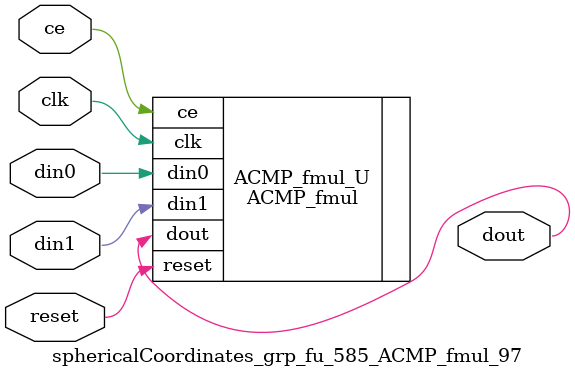
<source format=v>

`timescale 1 ns / 1 ps
module sphericalCoordinates_grp_fu_585_ACMP_fmul_97(
    clk,
    reset,
    ce,
    din0,
    din1,
    dout);

parameter ID = 32'd1;
parameter NUM_STAGE = 32'd1;
parameter din0_WIDTH = 32'd1;
parameter din1_WIDTH = 32'd1;
parameter dout_WIDTH = 32'd1;
input clk;
input reset;
input ce;
input[din0_WIDTH - 1:0] din0;
input[din1_WIDTH - 1:0] din1;
output[dout_WIDTH - 1:0] dout;



ACMP_fmul #(
.ID( ID ),
.NUM_STAGE( 4 ),
.din0_WIDTH( din0_WIDTH ),
.din1_WIDTH( din1_WIDTH ),
.dout_WIDTH( dout_WIDTH ))
ACMP_fmul_U(
    .clk( clk ),
    .reset( reset ),
    .ce( ce ),
    .din0( din0 ),
    .din1( din1 ),
    .dout( dout ));

endmodule

</source>
